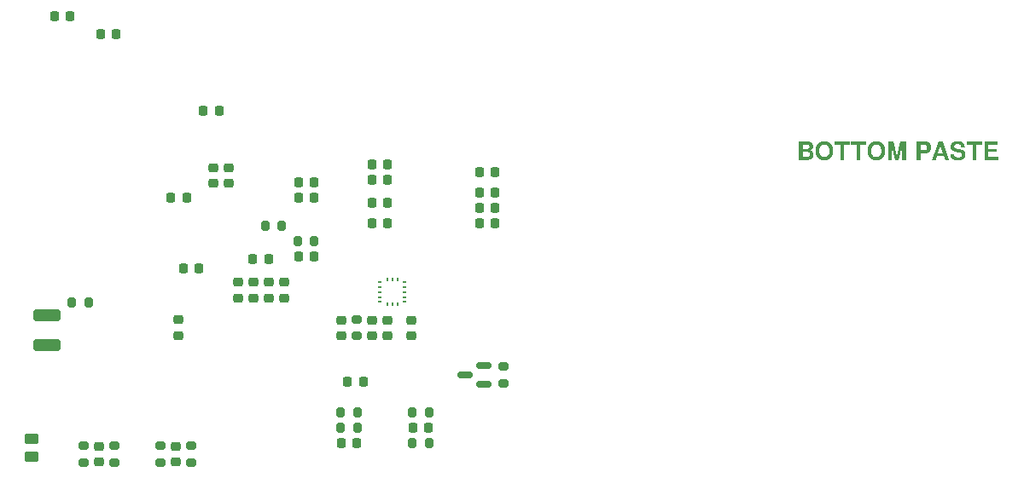
<source format=gbr>
%TF.GenerationSoftware,KiCad,Pcbnew,7.0.9-7.0.9~ubuntu22.04.1*%
%TF.CreationDate,2023-12-22T21:37:52-08:00*%
%TF.ProjectId,IMU-2X,494d552d-3258-42e6-9b69-6361645f7063,2*%
%TF.SameCoordinates,Original*%
%TF.FileFunction,Paste,Bot*%
%TF.FilePolarity,Positive*%
%FSLAX46Y46*%
G04 Gerber Fmt 4.6, Leading zero omitted, Abs format (unit mm)*
G04 Created by KiCad (PCBNEW 7.0.9-7.0.9~ubuntu22.04.1) date 2023-12-22 21:37:52*
%MOMM*%
%LPD*%
G01*
G04 APERTURE LIST*
G04 Aperture macros list*
%AMRoundRect*
0 Rectangle with rounded corners*
0 $1 Rounding radius*
0 $2 $3 $4 $5 $6 $7 $8 $9 X,Y pos of 4 corners*
0 Add a 4 corners polygon primitive as box body*
4,1,4,$2,$3,$4,$5,$6,$7,$8,$9,$2,$3,0*
0 Add four circle primitives for the rounded corners*
1,1,$1+$1,$2,$3*
1,1,$1+$1,$4,$5*
1,1,$1+$1,$6,$7*
1,1,$1+$1,$8,$9*
0 Add four rect primitives between the rounded corners*
20,1,$1+$1,$2,$3,$4,$5,0*
20,1,$1+$1,$4,$5,$6,$7,0*
20,1,$1+$1,$6,$7,$8,$9,0*
20,1,$1+$1,$8,$9,$2,$3,0*%
G04 Aperture macros list end*
%ADD10C,0.300000*%
%ADD11RoundRect,0.225000X-0.250000X0.225000X-0.250000X-0.225000X0.250000X-0.225000X0.250000X0.225000X0*%
%ADD12RoundRect,0.225000X0.225000X0.250000X-0.225000X0.250000X-0.225000X-0.250000X0.225000X-0.250000X0*%
%ADD13RoundRect,0.250000X-0.450000X0.262500X-0.450000X-0.262500X0.450000X-0.262500X0.450000X0.262500X0*%
%ADD14RoundRect,0.225000X-0.225000X-0.250000X0.225000X-0.250000X0.225000X0.250000X-0.225000X0.250000X0*%
%ADD15RoundRect,0.200000X0.200000X0.275000X-0.200000X0.275000X-0.200000X-0.275000X0.200000X-0.275000X0*%
%ADD16RoundRect,0.200000X-0.200000X-0.275000X0.200000X-0.275000X0.200000X0.275000X-0.200000X0.275000X0*%
%ADD17RoundRect,0.225000X0.250000X-0.225000X0.250000X0.225000X-0.250000X0.225000X-0.250000X-0.225000X0*%
%ADD18RoundRect,0.200000X0.275000X-0.200000X0.275000X0.200000X-0.275000X0.200000X-0.275000X-0.200000X0*%
%ADD19RoundRect,0.200000X-0.275000X0.200000X-0.275000X-0.200000X0.275000X-0.200000X0.275000X0.200000X0*%
%ADD20RoundRect,0.150000X0.587500X0.150000X-0.587500X0.150000X-0.587500X-0.150000X0.587500X-0.150000X0*%
%ADD21R,0.350000X0.250000*%
%ADD22R,0.250000X0.350000*%
%ADD23RoundRect,0.250000X-1.100000X0.325000X-1.100000X-0.325000X1.100000X-0.325000X1.100000X0.325000X0*%
G04 APERTURE END LIST*
D10*
G36*
X214394182Y-95029462D02*
G01*
X214414867Y-95030047D01*
X214435193Y-95031023D01*
X214455158Y-95032388D01*
X214474765Y-95034144D01*
X214494012Y-95036290D01*
X214512899Y-95038826D01*
X214531426Y-95041752D01*
X214549594Y-95045068D01*
X214567402Y-95048775D01*
X214584851Y-95052871D01*
X214601940Y-95057358D01*
X214618669Y-95062235D01*
X214643089Y-95070282D01*
X214666699Y-95079207D01*
X214689433Y-95088827D01*
X214711060Y-95098958D01*
X214731581Y-95109600D01*
X214750994Y-95120754D01*
X214769300Y-95132419D01*
X214786500Y-95144596D01*
X214802593Y-95157284D01*
X214817579Y-95170484D01*
X214831458Y-95184195D01*
X214844230Y-95198418D01*
X214852130Y-95208184D01*
X214863313Y-95222891D01*
X214873901Y-95237537D01*
X214883893Y-95252122D01*
X214896290Y-95271474D01*
X214907628Y-95290717D01*
X214917908Y-95309852D01*
X214927129Y-95328878D01*
X214935292Y-95347796D01*
X214940720Y-95361913D01*
X214947234Y-95380654D01*
X214952879Y-95399314D01*
X214957656Y-95417892D01*
X214961564Y-95436389D01*
X214964604Y-95454805D01*
X214966775Y-95473139D01*
X214968078Y-95491391D01*
X214968513Y-95509563D01*
X214968005Y-95531354D01*
X214966482Y-95552595D01*
X214963944Y-95573287D01*
X214960390Y-95593430D01*
X214955822Y-95613023D01*
X214950238Y-95632066D01*
X214943639Y-95650559D01*
X214936024Y-95668503D01*
X214927394Y-95685897D01*
X214917749Y-95702742D01*
X214910755Y-95713667D01*
X214899324Y-95729781D01*
X214886527Y-95745880D01*
X214872363Y-95761964D01*
X214856832Y-95778033D01*
X214839935Y-95794086D01*
X214821672Y-95810124D01*
X214802042Y-95826147D01*
X214788197Y-95836820D01*
X214773744Y-95847487D01*
X214758684Y-95858147D01*
X214743016Y-95868800D01*
X214726742Y-95879446D01*
X214718377Y-95884767D01*
X214736999Y-95895953D01*
X214755029Y-95907309D01*
X214772469Y-95918836D01*
X214789318Y-95930534D01*
X214805575Y-95942402D01*
X214821241Y-95954440D01*
X214836316Y-95966649D01*
X214850800Y-95979029D01*
X214864693Y-95991579D01*
X214877994Y-96004299D01*
X214890704Y-96017190D01*
X214902823Y-96030252D01*
X214914351Y-96043484D01*
X214935634Y-96070459D01*
X214954551Y-96098116D01*
X214971104Y-96126455D01*
X214985292Y-96155476D01*
X214997116Y-96185179D01*
X215006575Y-96215564D01*
X215013669Y-96246631D01*
X215018398Y-96278380D01*
X215020763Y-96310810D01*
X215021058Y-96327281D01*
X215020583Y-96349782D01*
X215019159Y-96372119D01*
X215016784Y-96394294D01*
X215013459Y-96416305D01*
X215009184Y-96438154D01*
X215003959Y-96459840D01*
X214997785Y-96481364D01*
X214990660Y-96502724D01*
X214982599Y-96523867D01*
X214973398Y-96544956D01*
X214965749Y-96560737D01*
X214957459Y-96576488D01*
X214948528Y-96592208D01*
X214938955Y-96607897D01*
X214928742Y-96623556D01*
X214917887Y-96639184D01*
X214906391Y-96654782D01*
X214894253Y-96670350D01*
X214881293Y-96685534D01*
X214867165Y-96700146D01*
X214851868Y-96714185D01*
X214835404Y-96727652D01*
X214817772Y-96740547D01*
X214798972Y-96752868D01*
X214779003Y-96764618D01*
X214757867Y-96775794D01*
X214735564Y-96786399D01*
X214712092Y-96796430D01*
X214695795Y-96802800D01*
X214679042Y-96808848D01*
X214661895Y-96814505D01*
X214644355Y-96819772D01*
X214626421Y-96824649D01*
X214608094Y-96829136D01*
X214589373Y-96833233D01*
X214570259Y-96836939D01*
X214550751Y-96840255D01*
X214530849Y-96843182D01*
X214510554Y-96845718D01*
X214489866Y-96847864D01*
X214468784Y-96849619D01*
X214447308Y-96850985D01*
X214425439Y-96851960D01*
X214403176Y-96852545D01*
X214380519Y-96852741D01*
X213560195Y-96852741D01*
X213560195Y-96067157D01*
X213935399Y-96067157D01*
X213935399Y-96540071D01*
X214383125Y-96540071D01*
X214416728Y-96539153D01*
X214448163Y-96536400D01*
X214477430Y-96531811D01*
X214504529Y-96525387D01*
X214529460Y-96517128D01*
X214552223Y-96507033D01*
X214572819Y-96495102D01*
X214591246Y-96481336D01*
X214607505Y-96465735D01*
X214621597Y-96448298D01*
X214633520Y-96429026D01*
X214643276Y-96407919D01*
X214650864Y-96384976D01*
X214656284Y-96360197D01*
X214659536Y-96333583D01*
X214660620Y-96305134D01*
X214659536Y-96276316D01*
X214656284Y-96249358D01*
X214650864Y-96224259D01*
X214643276Y-96201019D01*
X214633520Y-96179638D01*
X214621597Y-96160117D01*
X214607505Y-96142455D01*
X214591246Y-96126651D01*
X214572819Y-96112708D01*
X214552223Y-96100623D01*
X214529460Y-96090397D01*
X214504529Y-96082031D01*
X214477430Y-96075524D01*
X214448163Y-96070876D01*
X214416728Y-96068087D01*
X214383125Y-96067157D01*
X213935399Y-96067157D01*
X213560195Y-96067157D01*
X213560195Y-95341937D01*
X213935399Y-95341937D01*
X213935399Y-95754487D01*
X214343173Y-95754487D01*
X214375251Y-95753687D01*
X214405259Y-95751285D01*
X214433198Y-95747281D01*
X214459067Y-95741677D01*
X214482867Y-95734471D01*
X214504597Y-95725663D01*
X214524257Y-95715254D01*
X214541848Y-95703244D01*
X214557370Y-95689633D01*
X214570822Y-95674420D01*
X214582204Y-95657606D01*
X214591517Y-95639190D01*
X214598761Y-95619174D01*
X214603935Y-95597555D01*
X214607039Y-95574336D01*
X214608074Y-95549515D01*
X214607039Y-95524378D01*
X214603935Y-95500864D01*
X214598761Y-95478971D01*
X214591517Y-95458699D01*
X214582204Y-95440050D01*
X214570822Y-95423022D01*
X214557370Y-95407616D01*
X214541848Y-95393831D01*
X214524257Y-95381669D01*
X214504597Y-95371127D01*
X214482867Y-95362208D01*
X214459067Y-95354910D01*
X214433198Y-95349234D01*
X214405259Y-95345180D01*
X214375251Y-95342748D01*
X214343173Y-95341937D01*
X213935399Y-95341937D01*
X213560195Y-95341937D01*
X213560195Y-95029267D01*
X214373137Y-95029267D01*
X214394182Y-95029462D01*
G37*
G36*
X216110857Y-94999563D02*
G01*
X216135110Y-95000344D01*
X216159064Y-95001646D01*
X216182721Y-95003469D01*
X216206080Y-95005812D01*
X216229141Y-95008677D01*
X216251905Y-95012062D01*
X216274371Y-95015968D01*
X216296539Y-95020394D01*
X216318410Y-95025342D01*
X216339982Y-95030810D01*
X216361258Y-95036799D01*
X216382235Y-95043308D01*
X216402915Y-95050339D01*
X216423297Y-95057890D01*
X216443381Y-95065962D01*
X216463167Y-95074555D01*
X216482656Y-95083669D01*
X216501847Y-95093303D01*
X216520741Y-95103458D01*
X216539337Y-95114134D01*
X216557635Y-95125331D01*
X216575635Y-95137048D01*
X216593338Y-95149287D01*
X216610743Y-95162046D01*
X216627850Y-95175325D01*
X216644659Y-95189126D01*
X216661171Y-95203447D01*
X216677385Y-95218290D01*
X216693301Y-95233652D01*
X216708920Y-95249536D01*
X216724241Y-95265941D01*
X216739176Y-95282743D01*
X216753637Y-95299876D01*
X216767624Y-95317339D01*
X216781136Y-95335131D01*
X216794175Y-95353254D01*
X216806739Y-95371706D01*
X216818830Y-95390488D01*
X216830446Y-95409601D01*
X216841588Y-95429043D01*
X216852256Y-95448815D01*
X216862449Y-95468917D01*
X216872169Y-95489349D01*
X216881414Y-95510111D01*
X216890186Y-95531203D01*
X216898483Y-95552625D01*
X216906306Y-95574376D01*
X216913655Y-95596458D01*
X216920530Y-95618870D01*
X216926931Y-95641611D01*
X216932857Y-95664683D01*
X216938310Y-95688084D01*
X216943288Y-95711816D01*
X216947792Y-95735877D01*
X216951822Y-95760269D01*
X216955378Y-95784990D01*
X216958460Y-95810041D01*
X216961068Y-95835422D01*
X216963201Y-95861133D01*
X216964861Y-95887174D01*
X216966046Y-95913545D01*
X216966757Y-95940246D01*
X216966994Y-95967277D01*
X216966761Y-95992466D01*
X216966061Y-96017390D01*
X216964895Y-96042047D01*
X216963263Y-96066438D01*
X216961163Y-96090563D01*
X216958598Y-96114421D01*
X216955565Y-96138013D01*
X216952067Y-96161338D01*
X216948101Y-96184398D01*
X216943670Y-96207190D01*
X216938772Y-96229717D01*
X216933407Y-96251977D01*
X216927576Y-96273971D01*
X216921278Y-96295699D01*
X216914514Y-96317160D01*
X216907283Y-96338355D01*
X216899586Y-96359284D01*
X216891422Y-96379946D01*
X216882792Y-96400342D01*
X216873696Y-96420472D01*
X216864132Y-96440335D01*
X216854103Y-96459932D01*
X216843607Y-96479263D01*
X216832644Y-96498327D01*
X216821215Y-96517125D01*
X216809319Y-96535657D01*
X216796957Y-96553922D01*
X216784129Y-96571921D01*
X216770834Y-96589654D01*
X216757072Y-96607120D01*
X216742844Y-96624320D01*
X216728149Y-96641254D01*
X216713064Y-96657792D01*
X216697663Y-96673805D01*
X216681946Y-96689293D01*
X216665914Y-96704256D01*
X216649566Y-96718694D01*
X216632903Y-96732607D01*
X216615924Y-96745995D01*
X216598630Y-96758858D01*
X216581020Y-96771196D01*
X216563095Y-96783009D01*
X216544854Y-96794297D01*
X216526298Y-96805060D01*
X216507426Y-96815298D01*
X216488239Y-96825010D01*
X216468736Y-96834198D01*
X216448918Y-96842861D01*
X216428784Y-96850999D01*
X216408334Y-96858612D01*
X216387570Y-96865699D01*
X216366489Y-96872262D01*
X216345093Y-96878300D01*
X216323382Y-96883812D01*
X216301355Y-96888800D01*
X216279012Y-96893263D01*
X216256354Y-96897200D01*
X216233380Y-96900613D01*
X216210091Y-96903501D01*
X216186487Y-96905863D01*
X216162567Y-96907701D01*
X216138331Y-96909013D01*
X216113780Y-96909801D01*
X216088913Y-96910063D01*
X216064205Y-96909802D01*
X216039806Y-96909018D01*
X216015714Y-96907712D01*
X215991930Y-96905884D01*
X215968454Y-96903532D01*
X215945285Y-96900659D01*
X215922425Y-96897263D01*
X215899873Y-96893344D01*
X215877628Y-96888903D01*
X215855691Y-96883940D01*
X215834063Y-96878454D01*
X215812742Y-96872445D01*
X215791729Y-96865914D01*
X215771024Y-96858861D01*
X215750626Y-96851285D01*
X215730537Y-96843187D01*
X215710755Y-96834566D01*
X215691282Y-96825423D01*
X215672116Y-96815757D01*
X215653258Y-96805569D01*
X215634708Y-96794858D01*
X215616466Y-96783625D01*
X215598532Y-96771869D01*
X215580906Y-96759591D01*
X215563588Y-96746790D01*
X215546577Y-96733467D01*
X215529874Y-96719622D01*
X215513480Y-96705254D01*
X215497393Y-96690363D01*
X215481614Y-96674950D01*
X215466143Y-96659015D01*
X215450980Y-96642557D01*
X215436205Y-96625688D01*
X215421899Y-96608521D01*
X215408063Y-96591056D01*
X215394695Y-96573292D01*
X215381796Y-96555229D01*
X215369367Y-96536868D01*
X215357406Y-96518208D01*
X215345915Y-96499250D01*
X215334893Y-96479993D01*
X215324339Y-96460437D01*
X215314255Y-96440583D01*
X215304640Y-96420431D01*
X215295493Y-96399980D01*
X215286816Y-96379230D01*
X215278608Y-96358182D01*
X215270869Y-96336835D01*
X215263599Y-96315190D01*
X215256798Y-96293246D01*
X215250466Y-96271003D01*
X215244603Y-96248462D01*
X215239209Y-96225623D01*
X215234284Y-96202485D01*
X215229828Y-96179048D01*
X215225841Y-96155313D01*
X215222323Y-96131279D01*
X215219274Y-96106947D01*
X215216695Y-96082316D01*
X215214584Y-96057386D01*
X215212942Y-96032158D01*
X215211770Y-96006632D01*
X215211066Y-95980807D01*
X215210836Y-95955117D01*
X215586036Y-95955117D01*
X215586170Y-95972974D01*
X215586573Y-95990608D01*
X215587246Y-96008020D01*
X215589397Y-96042178D01*
X215592623Y-96075446D01*
X215596925Y-96107826D01*
X215602302Y-96139317D01*
X215608755Y-96169919D01*
X215616284Y-96199632D01*
X215624887Y-96228457D01*
X215634567Y-96256392D01*
X215645322Y-96283438D01*
X215657152Y-96309596D01*
X215670058Y-96334865D01*
X215684039Y-96359245D01*
X215699096Y-96382736D01*
X215715228Y-96405338D01*
X215723697Y-96416305D01*
X215741256Y-96437340D01*
X215759517Y-96457018D01*
X215778481Y-96475338D01*
X215798146Y-96492302D01*
X215818514Y-96507908D01*
X215839585Y-96522157D01*
X215861357Y-96535049D01*
X215883832Y-96546585D01*
X215907009Y-96556763D01*
X215930889Y-96565584D01*
X215955470Y-96573047D01*
X215980754Y-96579154D01*
X216006741Y-96583904D01*
X216033429Y-96587297D01*
X216060820Y-96589332D01*
X216088913Y-96590011D01*
X216116747Y-96589337D01*
X216143902Y-96587317D01*
X216170378Y-96583950D01*
X216196176Y-96579236D01*
X216221296Y-96573175D01*
X216245737Y-96565767D01*
X216269499Y-96557012D01*
X216292583Y-96546910D01*
X216314988Y-96535462D01*
X216336715Y-96522666D01*
X216357763Y-96508524D01*
X216378133Y-96493034D01*
X216397824Y-96476198D01*
X216416837Y-96458015D01*
X216435171Y-96438485D01*
X216452826Y-96417608D01*
X216469654Y-96395585D01*
X216485396Y-96372723D01*
X216500052Y-96349023D01*
X216513623Y-96324486D01*
X216526108Y-96299110D01*
X216537508Y-96272897D01*
X216547821Y-96245845D01*
X216557049Y-96217955D01*
X216565192Y-96189228D01*
X216572249Y-96159662D01*
X216578220Y-96129259D01*
X216583105Y-96098017D01*
X216586905Y-96065938D01*
X216589619Y-96033020D01*
X216591248Y-95999265D01*
X216591791Y-95964671D01*
X216591657Y-95946359D01*
X216591258Y-95928281D01*
X216590592Y-95910437D01*
X216589660Y-95892828D01*
X216588461Y-95875452D01*
X216585266Y-95841403D01*
X216581004Y-95808290D01*
X216575678Y-95776114D01*
X216569286Y-95744874D01*
X216561829Y-95714571D01*
X216553306Y-95685204D01*
X216543719Y-95656773D01*
X216533066Y-95629279D01*
X216521347Y-95602721D01*
X216508564Y-95577099D01*
X216494715Y-95552414D01*
X216479801Y-95528665D01*
X216463821Y-95505853D01*
X216455432Y-95494798D01*
X216438020Y-95473553D01*
X216419876Y-95453678D01*
X216400999Y-95435175D01*
X216381390Y-95418042D01*
X216361047Y-95402279D01*
X216339972Y-95387887D01*
X216318164Y-95374866D01*
X216295623Y-95363216D01*
X216272349Y-95352936D01*
X216248342Y-95344027D01*
X216223603Y-95336488D01*
X216198130Y-95330320D01*
X216171925Y-95325523D01*
X216144987Y-95322096D01*
X216117317Y-95320040D01*
X216088913Y-95319355D01*
X216060820Y-95320035D01*
X216033429Y-95322076D01*
X216006741Y-95325477D01*
X215980754Y-95330239D01*
X215955470Y-95336361D01*
X215930889Y-95343843D01*
X215907009Y-95352687D01*
X215883832Y-95362890D01*
X215861357Y-95374454D01*
X215839585Y-95387378D01*
X215818514Y-95401663D01*
X215798146Y-95417309D01*
X215778481Y-95434315D01*
X215759517Y-95452681D01*
X215741256Y-95472408D01*
X215723697Y-95493495D01*
X215707027Y-95515654D01*
X215691433Y-95538706D01*
X215676914Y-95562650D01*
X215663470Y-95587486D01*
X215651102Y-95613214D01*
X215639810Y-95639835D01*
X215629593Y-95667348D01*
X215620451Y-95695753D01*
X215612385Y-95725051D01*
X215605394Y-95755241D01*
X215599479Y-95786323D01*
X215594639Y-95818297D01*
X215590875Y-95851164D01*
X215588187Y-95884923D01*
X215586573Y-95919574D01*
X215586170Y-95937234D01*
X215586036Y-95955117D01*
X215210836Y-95955117D01*
X215210832Y-95954683D01*
X215211068Y-95928559D01*
X215211775Y-95902734D01*
X215212954Y-95877208D01*
X215214604Y-95851980D01*
X215216727Y-95827050D01*
X215219320Y-95802419D01*
X215222386Y-95778087D01*
X215225922Y-95754053D01*
X215229931Y-95730318D01*
X215234411Y-95706881D01*
X215239363Y-95683743D01*
X215244786Y-95660904D01*
X215250681Y-95638363D01*
X215257047Y-95616120D01*
X215263885Y-95594176D01*
X215271194Y-95572531D01*
X215278976Y-95551184D01*
X215287228Y-95530136D01*
X215295953Y-95509386D01*
X215305148Y-95488935D01*
X215314816Y-95468783D01*
X215324955Y-95448929D01*
X215335566Y-95429373D01*
X215346648Y-95410116D01*
X215358202Y-95391158D01*
X215370227Y-95372498D01*
X215382724Y-95354137D01*
X215395692Y-95336074D01*
X215409133Y-95318310D01*
X215423044Y-95300845D01*
X215437428Y-95283678D01*
X215452282Y-95266809D01*
X215467521Y-95250351D01*
X215483054Y-95234416D01*
X215498883Y-95219003D01*
X215515006Y-95204112D01*
X215531425Y-95189744D01*
X215548139Y-95175899D01*
X215565149Y-95162576D01*
X215582453Y-95149775D01*
X215600053Y-95137497D01*
X215617947Y-95125741D01*
X215636137Y-95114508D01*
X215654622Y-95103797D01*
X215673402Y-95093609D01*
X215692478Y-95083943D01*
X215711848Y-95074800D01*
X215731514Y-95066179D01*
X215751475Y-95058081D01*
X215771731Y-95050505D01*
X215792282Y-95043452D01*
X215813128Y-95036921D01*
X215834270Y-95030912D01*
X215855707Y-95025426D01*
X215877439Y-95020463D01*
X215899466Y-95016022D01*
X215921788Y-95012103D01*
X215944405Y-95008707D01*
X215967318Y-95005834D01*
X215990525Y-95003482D01*
X216014028Y-95001654D01*
X216037826Y-95000348D01*
X216061919Y-94999564D01*
X216086308Y-94999303D01*
X216110857Y-94999563D01*
G37*
G36*
X218059602Y-95341937D02*
G01*
X218059602Y-96852741D01*
X217684398Y-96852741D01*
X217684398Y-95341937D01*
X217131580Y-95341937D01*
X217131580Y-95029267D01*
X218592444Y-95029267D01*
X218592444Y-95341937D01*
X218059602Y-95341937D01*
G37*
G36*
X219661167Y-95341937D02*
G01*
X219661167Y-96852741D01*
X219285963Y-96852741D01*
X219285963Y-95341937D01*
X218733145Y-95341937D01*
X218733145Y-95029267D01*
X220194009Y-95029267D01*
X220194009Y-95341937D01*
X219661167Y-95341937D01*
G37*
G36*
X221259489Y-94999563D02*
G01*
X221283741Y-95000344D01*
X221307695Y-95001646D01*
X221331352Y-95003469D01*
X221354711Y-95005812D01*
X221377773Y-95008677D01*
X221400536Y-95012062D01*
X221423002Y-95015968D01*
X221445171Y-95020394D01*
X221467041Y-95025342D01*
X221488614Y-95030810D01*
X221509889Y-95036799D01*
X221530866Y-95043308D01*
X221551546Y-95050339D01*
X221571928Y-95057890D01*
X221592012Y-95065962D01*
X221611799Y-95074555D01*
X221631288Y-95083669D01*
X221650479Y-95093303D01*
X221669372Y-95103458D01*
X221687968Y-95114134D01*
X221706266Y-95125331D01*
X221724266Y-95137048D01*
X221741969Y-95149287D01*
X221759374Y-95162046D01*
X221776481Y-95175325D01*
X221793291Y-95189126D01*
X221809802Y-95203447D01*
X221826016Y-95218290D01*
X221841933Y-95233652D01*
X221857551Y-95249536D01*
X221872872Y-95265941D01*
X221887807Y-95282743D01*
X221902268Y-95299876D01*
X221916255Y-95317339D01*
X221929768Y-95335131D01*
X221942806Y-95353254D01*
X221955371Y-95371706D01*
X221967461Y-95390488D01*
X221979077Y-95409601D01*
X221990219Y-95429043D01*
X222000887Y-95448815D01*
X222011081Y-95468917D01*
X222020800Y-95489349D01*
X222030046Y-95510111D01*
X222038817Y-95531203D01*
X222047114Y-95552625D01*
X222054938Y-95574376D01*
X222062286Y-95596458D01*
X222069161Y-95618870D01*
X222075562Y-95641611D01*
X222081489Y-95664683D01*
X222086941Y-95688084D01*
X222091919Y-95711816D01*
X222096424Y-95735877D01*
X222100454Y-95760269D01*
X222104010Y-95784990D01*
X222107092Y-95810041D01*
X222109699Y-95835422D01*
X222111833Y-95861133D01*
X222113492Y-95887174D01*
X222114678Y-95913545D01*
X222115389Y-95940246D01*
X222115626Y-95967277D01*
X222115393Y-95992466D01*
X222114693Y-96017390D01*
X222113527Y-96042047D01*
X222111894Y-96066438D01*
X222109795Y-96090563D01*
X222107229Y-96114421D01*
X222104197Y-96138013D01*
X222100698Y-96161338D01*
X222096733Y-96184398D01*
X222092301Y-96207190D01*
X222087403Y-96229717D01*
X222082038Y-96251977D01*
X222076207Y-96273971D01*
X222069909Y-96295699D01*
X222063145Y-96317160D01*
X222055915Y-96338355D01*
X222048217Y-96359284D01*
X222040054Y-96379946D01*
X222031424Y-96400342D01*
X222022327Y-96420472D01*
X222012764Y-96440335D01*
X222002734Y-96459932D01*
X221992238Y-96479263D01*
X221981276Y-96498327D01*
X221969846Y-96517125D01*
X221957951Y-96535657D01*
X221945589Y-96553922D01*
X221932760Y-96571921D01*
X221919465Y-96589654D01*
X221905703Y-96607120D01*
X221891475Y-96624320D01*
X221876781Y-96641254D01*
X221861695Y-96657792D01*
X221846294Y-96673805D01*
X221830578Y-96689293D01*
X221814545Y-96704256D01*
X221798198Y-96718694D01*
X221781535Y-96732607D01*
X221764556Y-96745995D01*
X221747262Y-96758858D01*
X221729652Y-96771196D01*
X221711727Y-96783009D01*
X221693486Y-96794297D01*
X221674930Y-96805060D01*
X221656058Y-96815298D01*
X221636870Y-96825010D01*
X221617368Y-96834198D01*
X221597549Y-96842861D01*
X221577415Y-96850999D01*
X221556966Y-96858612D01*
X221536201Y-96865699D01*
X221515120Y-96872262D01*
X221493725Y-96878300D01*
X221472013Y-96883812D01*
X221449986Y-96888800D01*
X221427643Y-96893263D01*
X221404985Y-96897200D01*
X221382012Y-96900613D01*
X221358723Y-96903501D01*
X221335118Y-96905863D01*
X221311198Y-96907701D01*
X221286962Y-96909013D01*
X221262411Y-96909801D01*
X221237545Y-96910063D01*
X221212837Y-96909802D01*
X221188437Y-96909018D01*
X221164345Y-96907712D01*
X221140561Y-96905884D01*
X221117085Y-96903532D01*
X221093917Y-96900659D01*
X221071057Y-96897263D01*
X221048504Y-96893344D01*
X221026259Y-96888903D01*
X221004323Y-96883940D01*
X220982694Y-96878454D01*
X220961373Y-96872445D01*
X220940360Y-96865914D01*
X220919655Y-96858861D01*
X220899258Y-96851285D01*
X220879168Y-96843187D01*
X220859387Y-96834566D01*
X220839913Y-96825423D01*
X220820748Y-96815757D01*
X220801890Y-96805569D01*
X220783340Y-96794858D01*
X220765098Y-96783625D01*
X220747164Y-96771869D01*
X220729537Y-96759591D01*
X220712219Y-96746790D01*
X220695208Y-96733467D01*
X220678506Y-96719622D01*
X220662111Y-96705254D01*
X220646024Y-96690363D01*
X220630245Y-96674950D01*
X220614774Y-96659015D01*
X220599611Y-96642557D01*
X220584836Y-96625688D01*
X220570531Y-96608521D01*
X220556694Y-96591056D01*
X220543326Y-96573292D01*
X220530428Y-96555229D01*
X220517998Y-96536868D01*
X220506038Y-96518208D01*
X220494546Y-96499250D01*
X220483524Y-96479993D01*
X220472971Y-96460437D01*
X220462886Y-96440583D01*
X220453271Y-96420431D01*
X220444125Y-96399980D01*
X220435447Y-96379230D01*
X220427239Y-96358182D01*
X220419500Y-96336835D01*
X220412230Y-96315190D01*
X220405429Y-96293246D01*
X220399097Y-96271003D01*
X220393234Y-96248462D01*
X220387840Y-96225623D01*
X220382915Y-96202485D01*
X220378459Y-96179048D01*
X220374472Y-96155313D01*
X220370955Y-96131279D01*
X220367906Y-96106947D01*
X220365326Y-96082316D01*
X220363215Y-96057386D01*
X220361574Y-96032158D01*
X220360401Y-96006632D01*
X220359698Y-95980807D01*
X220359467Y-95955117D01*
X220734667Y-95955117D01*
X220734801Y-95972974D01*
X220735205Y-95990608D01*
X220735877Y-96008020D01*
X220738028Y-96042178D01*
X220741254Y-96075446D01*
X220745556Y-96107826D01*
X220750934Y-96139317D01*
X220757387Y-96169919D01*
X220764915Y-96199632D01*
X220773519Y-96228457D01*
X220783198Y-96256392D01*
X220793953Y-96283438D01*
X220805783Y-96309596D01*
X220818689Y-96334865D01*
X220832670Y-96359245D01*
X220847727Y-96382736D01*
X220863859Y-96405338D01*
X220872329Y-96416305D01*
X220889888Y-96437340D01*
X220908149Y-96457018D01*
X220927112Y-96475338D01*
X220946778Y-96492302D01*
X220967146Y-96507908D01*
X220988216Y-96522157D01*
X221009989Y-96535049D01*
X221032463Y-96546585D01*
X221055641Y-96556763D01*
X221079520Y-96565584D01*
X221104102Y-96573047D01*
X221129386Y-96579154D01*
X221155372Y-96583904D01*
X221182061Y-96587297D01*
X221209451Y-96589332D01*
X221237545Y-96590011D01*
X221265378Y-96589337D01*
X221292533Y-96587317D01*
X221319010Y-96583950D01*
X221344808Y-96579236D01*
X221369927Y-96573175D01*
X221394368Y-96565767D01*
X221418130Y-96557012D01*
X221441214Y-96546910D01*
X221463620Y-96535462D01*
X221485346Y-96522666D01*
X221506395Y-96508524D01*
X221526764Y-96493034D01*
X221546455Y-96476198D01*
X221565468Y-96458015D01*
X221583802Y-96438485D01*
X221601458Y-96417608D01*
X221618285Y-96395585D01*
X221634027Y-96372723D01*
X221648684Y-96349023D01*
X221662254Y-96324486D01*
X221674740Y-96299110D01*
X221686139Y-96272897D01*
X221696453Y-96245845D01*
X221705681Y-96217955D01*
X221713823Y-96189228D01*
X221720880Y-96159662D01*
X221726851Y-96129259D01*
X221731737Y-96098017D01*
X221735537Y-96065938D01*
X221738251Y-96033020D01*
X221739879Y-95999265D01*
X221740422Y-95964671D01*
X221740289Y-95946359D01*
X221739889Y-95928281D01*
X221739224Y-95910437D01*
X221738291Y-95892828D01*
X221737093Y-95875452D01*
X221733897Y-95841403D01*
X221729636Y-95808290D01*
X221724309Y-95776114D01*
X221717917Y-95744874D01*
X221710460Y-95714571D01*
X221701938Y-95685204D01*
X221692350Y-95656773D01*
X221681697Y-95629279D01*
X221669979Y-95602721D01*
X221657195Y-95577099D01*
X221643346Y-95552414D01*
X221628432Y-95528665D01*
X221612452Y-95505853D01*
X221604063Y-95494798D01*
X221586652Y-95473553D01*
X221568508Y-95453678D01*
X221549631Y-95435175D01*
X221530021Y-95418042D01*
X221509679Y-95402279D01*
X221488603Y-95387887D01*
X221466795Y-95374866D01*
X221444254Y-95363216D01*
X221420980Y-95352936D01*
X221396974Y-95344027D01*
X221372234Y-95336488D01*
X221346762Y-95330320D01*
X221320557Y-95325523D01*
X221293619Y-95322096D01*
X221265948Y-95320040D01*
X221237545Y-95319355D01*
X221209451Y-95320035D01*
X221182061Y-95322076D01*
X221155372Y-95325477D01*
X221129386Y-95330239D01*
X221104102Y-95336361D01*
X221079520Y-95343843D01*
X221055641Y-95352687D01*
X221032463Y-95362890D01*
X221009989Y-95374454D01*
X220988216Y-95387378D01*
X220967146Y-95401663D01*
X220946778Y-95417309D01*
X220927112Y-95434315D01*
X220908149Y-95452681D01*
X220889888Y-95472408D01*
X220872329Y-95493495D01*
X220855659Y-95515654D01*
X220840064Y-95538706D01*
X220825545Y-95562650D01*
X220812102Y-95587486D01*
X220799734Y-95613214D01*
X220788441Y-95639835D01*
X220778224Y-95667348D01*
X220769082Y-95695753D01*
X220761016Y-95725051D01*
X220754026Y-95755241D01*
X220748111Y-95786323D01*
X220743271Y-95818297D01*
X220739507Y-95851164D01*
X220736818Y-95884923D01*
X220735205Y-95919574D01*
X220734801Y-95937234D01*
X220734667Y-95955117D01*
X220359467Y-95955117D01*
X220359463Y-95954683D01*
X220359699Y-95928559D01*
X220360406Y-95902734D01*
X220361585Y-95877208D01*
X220363236Y-95851980D01*
X220365358Y-95827050D01*
X220367952Y-95802419D01*
X220371017Y-95778087D01*
X220374554Y-95754053D01*
X220378562Y-95730318D01*
X220383042Y-95706881D01*
X220387994Y-95683743D01*
X220393417Y-95660904D01*
X220399312Y-95638363D01*
X220405678Y-95616120D01*
X220412516Y-95594176D01*
X220419826Y-95572531D01*
X220427607Y-95551184D01*
X220435860Y-95530136D01*
X220444584Y-95509386D01*
X220453780Y-95488935D01*
X220463447Y-95468783D01*
X220473586Y-95448929D01*
X220484197Y-95429373D01*
X220495279Y-95410116D01*
X220506833Y-95391158D01*
X220518858Y-95372498D01*
X220531355Y-95354137D01*
X220544324Y-95336074D01*
X220557764Y-95318310D01*
X220571676Y-95300845D01*
X220586059Y-95283678D01*
X220600914Y-95266809D01*
X220616152Y-95250351D01*
X220631685Y-95234416D01*
X220647514Y-95219003D01*
X220663638Y-95204112D01*
X220680057Y-95189744D01*
X220696771Y-95175899D01*
X220713780Y-95162576D01*
X220731084Y-95149775D01*
X220748684Y-95137497D01*
X220766579Y-95125741D01*
X220784769Y-95114508D01*
X220803254Y-95103797D01*
X220822034Y-95093609D01*
X220841109Y-95083943D01*
X220860480Y-95074800D01*
X220880145Y-95066179D01*
X220900106Y-95058081D01*
X220920362Y-95050505D01*
X220940914Y-95043452D01*
X220961760Y-95036921D01*
X220982901Y-95030912D01*
X221004338Y-95025426D01*
X221026070Y-95020463D01*
X221048097Y-95016022D01*
X221070419Y-95012103D01*
X221093036Y-95008707D01*
X221115949Y-95005834D01*
X221139157Y-95003482D01*
X221162659Y-95001654D01*
X221186457Y-95000348D01*
X221210551Y-94999564D01*
X221234939Y-94999303D01*
X221259489Y-94999563D01*
G37*
G36*
X222780484Y-95431829D02*
G01*
X222780484Y-96852741D01*
X222405280Y-96852741D01*
X222405280Y-95029267D01*
X222965480Y-95029267D01*
X223295521Y-96480142D01*
X223616007Y-95029267D01*
X224180984Y-95029267D01*
X224180984Y-96852741D01*
X223805781Y-96852741D01*
X223805781Y-95431829D01*
X223483123Y-96852741D01*
X223107919Y-96852741D01*
X222780484Y-95431829D01*
G37*
G36*
X226084232Y-95029409D02*
G01*
X226101645Y-95029833D01*
X226135687Y-95031533D01*
X226168684Y-95034366D01*
X226200637Y-95038332D01*
X226231544Y-95043431D01*
X226261407Y-95049664D01*
X226290224Y-95057029D01*
X226317996Y-95065528D01*
X226344724Y-95075160D01*
X226370407Y-95085925D01*
X226395044Y-95097823D01*
X226418637Y-95110854D01*
X226441185Y-95125019D01*
X226462688Y-95140316D01*
X226483146Y-95156747D01*
X226502559Y-95174311D01*
X226520911Y-95192950D01*
X226538080Y-95212608D01*
X226554065Y-95233283D01*
X226568865Y-95254975D01*
X226582482Y-95277686D01*
X226594914Y-95301415D01*
X226606163Y-95326161D01*
X226616227Y-95351925D01*
X226625108Y-95378707D01*
X226632804Y-95406506D01*
X226639316Y-95435324D01*
X226644644Y-95465159D01*
X226648788Y-95496012D01*
X226651749Y-95527883D01*
X226653525Y-95560772D01*
X226654117Y-95594678D01*
X226653530Y-95628926D01*
X226651769Y-95662295D01*
X226648834Y-95694785D01*
X226644726Y-95726396D01*
X226639443Y-95757129D01*
X226632987Y-95786983D01*
X226625357Y-95815958D01*
X226616553Y-95844054D01*
X226606575Y-95871272D01*
X226595423Y-95897611D01*
X226583098Y-95923072D01*
X226569598Y-95947653D01*
X226554925Y-95971356D01*
X226539077Y-95994181D01*
X226522056Y-96016126D01*
X226503861Y-96037193D01*
X226484742Y-96057176D01*
X226464839Y-96075870D01*
X226444152Y-96093274D01*
X226422681Y-96109389D01*
X226400427Y-96124216D01*
X226377389Y-96137752D01*
X226353567Y-96150000D01*
X226328962Y-96160958D01*
X226303572Y-96170627D01*
X226277400Y-96179007D01*
X226250443Y-96186098D01*
X226222703Y-96191900D01*
X226194179Y-96196412D01*
X226164871Y-96199635D01*
X226134780Y-96201569D01*
X226103904Y-96202213D01*
X225636202Y-96202213D01*
X225636202Y-96852741D01*
X225260998Y-96852741D01*
X225260998Y-95341937D01*
X225636202Y-95341937D01*
X225636202Y-95889543D01*
X225986219Y-95889543D01*
X226004226Y-95889278D01*
X226021662Y-95888480D01*
X226054819Y-95885289D01*
X226085689Y-95879971D01*
X226114273Y-95872526D01*
X226140569Y-95862953D01*
X226164579Y-95851254D01*
X226186303Y-95837427D01*
X226205739Y-95821473D01*
X226222889Y-95803391D01*
X226237753Y-95783183D01*
X226250329Y-95760847D01*
X226260619Y-95736384D01*
X226268623Y-95709794D01*
X226274339Y-95681076D01*
X226277769Y-95650232D01*
X226278913Y-95617260D01*
X226278287Y-95591601D01*
X226276409Y-95567225D01*
X226273279Y-95544131D01*
X226268898Y-95522319D01*
X226263264Y-95501790D01*
X226256379Y-95482543D01*
X226248241Y-95464579D01*
X226238852Y-95447897D01*
X226228211Y-95432498D01*
X226216318Y-95418381D01*
X226207693Y-95409682D01*
X226193645Y-95397575D01*
X226178208Y-95386659D01*
X226161381Y-95376934D01*
X226143165Y-95368400D01*
X226123559Y-95361056D01*
X226102564Y-95354904D01*
X226080180Y-95349942D01*
X226056407Y-95346171D01*
X226031244Y-95343591D01*
X226013697Y-95342532D01*
X225995533Y-95342003D01*
X225986219Y-95341937D01*
X225636202Y-95341937D01*
X225260998Y-95341937D01*
X225260998Y-95029267D01*
X226066558Y-95029267D01*
X226084232Y-95029409D01*
G37*
G36*
X228464128Y-96852741D02*
G01*
X228078936Y-96852741D01*
X227959079Y-96484919D01*
X227275982Y-96484919D01*
X227153520Y-96852741D01*
X226770934Y-96852741D01*
X227012566Y-96172249D01*
X227381074Y-96172249D01*
X227856159Y-96172249D01*
X227618617Y-95459622D01*
X227381074Y-96172249D01*
X227012566Y-96172249D01*
X227418421Y-95029267D01*
X227834011Y-95029267D01*
X228464128Y-96852741D01*
G37*
G36*
X230017490Y-95584690D02*
G01*
X229667473Y-95584690D01*
X229665890Y-95567137D01*
X229660716Y-95533702D01*
X229652865Y-95502496D01*
X229642338Y-95473519D01*
X229629134Y-95446771D01*
X229613252Y-95422252D01*
X229594694Y-95399962D01*
X229573460Y-95379901D01*
X229549548Y-95362069D01*
X229522959Y-95346466D01*
X229493694Y-95333092D01*
X229461752Y-95321948D01*
X229444777Y-95317211D01*
X229427133Y-95313032D01*
X229408820Y-95309409D01*
X229389837Y-95306345D01*
X229370186Y-95303837D01*
X229349865Y-95301887D01*
X229328875Y-95300493D01*
X229307215Y-95299658D01*
X229284887Y-95299379D01*
X229266990Y-95299618D01*
X229249562Y-95300336D01*
X229224298Y-95302309D01*
X229200086Y-95305359D01*
X229176929Y-95309484D01*
X229154825Y-95314687D01*
X229133774Y-95320965D01*
X229113777Y-95328320D01*
X229094833Y-95336752D01*
X229076942Y-95346259D01*
X229060105Y-95356843D01*
X229054727Y-95360610D01*
X229039516Y-95372454D01*
X229025801Y-95385022D01*
X229013582Y-95398316D01*
X229002859Y-95412335D01*
X228993633Y-95427079D01*
X228983659Y-95447866D01*
X228977923Y-95464302D01*
X228973684Y-95481464D01*
X228970941Y-95499351D01*
X228969694Y-95517962D01*
X228969611Y-95524328D01*
X228970249Y-95542682D01*
X228972161Y-95560129D01*
X228976693Y-95581978D01*
X228983492Y-95602212D01*
X228992558Y-95620831D01*
X229003889Y-95637835D01*
X229017487Y-95653224D01*
X229033351Y-95666999D01*
X229042133Y-95673280D01*
X229062259Y-95685311D01*
X229079971Y-95694164D01*
X229099928Y-95702873D01*
X229122128Y-95711436D01*
X229146574Y-95719855D01*
X229164117Y-95725387D01*
X229182658Y-95730854D01*
X229202197Y-95736257D01*
X229222733Y-95741595D01*
X229244266Y-95746869D01*
X229266797Y-95752079D01*
X229290325Y-95757224D01*
X229314851Y-95762304D01*
X229599728Y-95817021D01*
X229630783Y-95823586D01*
X229660762Y-95830687D01*
X229689666Y-95838324D01*
X229717495Y-95846497D01*
X229744248Y-95855206D01*
X229769925Y-95864451D01*
X229794527Y-95874232D01*
X229818054Y-95884549D01*
X229840505Y-95895403D01*
X229861881Y-95906792D01*
X229882181Y-95918717D01*
X229901406Y-95931178D01*
X229919555Y-95944176D01*
X229936628Y-95957709D01*
X229952627Y-95971779D01*
X229967549Y-95986384D01*
X229981485Y-96001580D01*
X229994521Y-96017529D01*
X230006659Y-96034231D01*
X230017897Y-96051687D01*
X230028236Y-96069895D01*
X230037676Y-96088857D01*
X230046217Y-96108572D01*
X230053859Y-96129040D01*
X230060602Y-96150261D01*
X230066446Y-96172236D01*
X230071391Y-96194963D01*
X230075437Y-96218444D01*
X230078583Y-96242678D01*
X230080831Y-96267665D01*
X230082180Y-96293405D01*
X230082629Y-96319899D01*
X230081857Y-96354112D01*
X230079542Y-96387379D01*
X230075683Y-96419700D01*
X230070280Y-96451074D01*
X230063333Y-96481501D01*
X230054843Y-96510982D01*
X230044809Y-96539516D01*
X230033232Y-96567103D01*
X230020111Y-96593745D01*
X230005446Y-96619439D01*
X229989237Y-96644187D01*
X229971485Y-96667988D01*
X229952189Y-96690843D01*
X229931349Y-96712751D01*
X229908966Y-96733713D01*
X229885039Y-96753728D01*
X229859735Y-96772660D01*
X229833219Y-96790369D01*
X229805493Y-96806858D01*
X229776555Y-96822125D01*
X229746406Y-96836171D01*
X229715045Y-96848995D01*
X229682474Y-96860598D01*
X229665734Y-96865941D01*
X229648691Y-96870980D01*
X229631346Y-96875712D01*
X229613697Y-96880140D01*
X229595746Y-96884262D01*
X229577492Y-96888079D01*
X229558936Y-96891590D01*
X229540076Y-96894796D01*
X229520914Y-96897697D01*
X229501449Y-96900292D01*
X229481681Y-96902582D01*
X229461610Y-96904567D01*
X229441236Y-96906247D01*
X229420560Y-96907621D01*
X229399581Y-96908689D01*
X229378299Y-96909453D01*
X229356714Y-96909911D01*
X229334827Y-96910063D01*
X229313103Y-96909912D01*
X229291684Y-96909458D01*
X229270569Y-96908701D01*
X229249759Y-96907641D01*
X229229253Y-96906278D01*
X229209052Y-96904613D01*
X229189155Y-96902645D01*
X229169562Y-96900374D01*
X229150275Y-96897800D01*
X229131291Y-96894923D01*
X229112612Y-96891744D01*
X229094238Y-96888262D01*
X229076168Y-96884477D01*
X229058403Y-96880389D01*
X229040942Y-96875999D01*
X229023786Y-96871305D01*
X229006934Y-96866309D01*
X228990386Y-96861010D01*
X228958205Y-96849504D01*
X228927242Y-96836786D01*
X228897496Y-96822858D01*
X228868969Y-96807718D01*
X228841659Y-96791367D01*
X228815568Y-96773805D01*
X228790694Y-96755031D01*
X228767171Y-96735114D01*
X228745022Y-96714122D01*
X228724247Y-96692054D01*
X228704846Y-96668911D01*
X228686819Y-96644693D01*
X228670166Y-96619398D01*
X228654887Y-96593029D01*
X228640982Y-96565584D01*
X228628451Y-96537063D01*
X228617294Y-96507467D01*
X228607511Y-96476795D01*
X228599103Y-96445048D01*
X228592068Y-96412226D01*
X228586407Y-96378328D01*
X228584092Y-96360975D01*
X228582121Y-96343354D01*
X228580493Y-96325464D01*
X228579208Y-96307305D01*
X228944424Y-96307305D01*
X228946044Y-96325488D01*
X228948407Y-96343125D01*
X228951513Y-96360216D01*
X228957565Y-96384828D01*
X228965289Y-96408210D01*
X228974684Y-96430364D01*
X228985752Y-96451289D01*
X228998491Y-96470985D01*
X229012902Y-96489452D01*
X229028984Y-96506690D01*
X229046739Y-96522698D01*
X229059504Y-96532688D01*
X229079957Y-96546502D01*
X229101906Y-96558958D01*
X229125351Y-96570054D01*
X229141812Y-96576697D01*
X229158938Y-96582736D01*
X229176730Y-96588171D01*
X229195186Y-96593002D01*
X229214307Y-96597230D01*
X229234093Y-96600853D01*
X229254544Y-96603873D01*
X229275660Y-96606288D01*
X229297441Y-96608100D01*
X229319887Y-96609308D01*
X229342998Y-96609912D01*
X229354803Y-96609987D01*
X229375802Y-96609734D01*
X229396241Y-96608976D01*
X229416121Y-96607712D01*
X229435440Y-96605943D01*
X229454200Y-96603668D01*
X229472400Y-96600888D01*
X229490041Y-96597602D01*
X229507121Y-96593811D01*
X229531692Y-96587176D01*
X229555004Y-96579404D01*
X229577056Y-96570494D01*
X229597848Y-96560447D01*
X229617381Y-96549263D01*
X229623612Y-96545282D01*
X229641307Y-96532629D01*
X229657261Y-96519099D01*
X229671475Y-96504690D01*
X229683948Y-96489404D01*
X229694681Y-96473240D01*
X229703673Y-96456198D01*
X229710925Y-96438279D01*
X229716436Y-96419481D01*
X229720207Y-96399805D01*
X229722238Y-96379252D01*
X229722625Y-96365062D01*
X229721941Y-96344823D01*
X229719892Y-96325470D01*
X229716476Y-96307002D01*
X229711693Y-96289419D01*
X229705544Y-96272722D01*
X229698029Y-96256910D01*
X229685883Y-96237206D01*
X229675180Y-96223460D01*
X229663110Y-96210600D01*
X229649674Y-96198626D01*
X229644891Y-96194831D01*
X229629428Y-96183812D01*
X229612026Y-96173228D01*
X229592686Y-96163079D01*
X229571406Y-96153365D01*
X229548187Y-96144087D01*
X229531631Y-96138143D01*
X229514213Y-96132392D01*
X229495933Y-96126835D01*
X229476791Y-96121471D01*
X229456788Y-96116301D01*
X229435923Y-96111324D01*
X229414196Y-96106540D01*
X229391608Y-96101950D01*
X229379990Y-96099727D01*
X229124643Y-96049787D01*
X229107456Y-96046444D01*
X229074018Y-96039408D01*
X229041828Y-96031903D01*
X229010887Y-96023930D01*
X228981194Y-96015489D01*
X228952750Y-96006580D01*
X228925554Y-95997203D01*
X228899606Y-95987357D01*
X228874908Y-95977043D01*
X228851457Y-95966261D01*
X228829256Y-95955011D01*
X228808303Y-95943293D01*
X228788598Y-95931106D01*
X228770142Y-95918452D01*
X228752934Y-95905329D01*
X228736975Y-95891738D01*
X228729463Y-95884767D01*
X228715212Y-95870315D01*
X228701881Y-95855081D01*
X228689469Y-95839062D01*
X228677976Y-95822260D01*
X228667403Y-95804674D01*
X228657749Y-95786304D01*
X228649014Y-95767151D01*
X228641199Y-95747213D01*
X228634304Y-95726493D01*
X228628327Y-95704988D01*
X228623271Y-95682700D01*
X228619133Y-95659628D01*
X228615915Y-95635772D01*
X228613617Y-95611133D01*
X228612238Y-95585710D01*
X228611778Y-95559503D01*
X228612485Y-95526538D01*
X228614607Y-95494519D01*
X228618144Y-95463448D01*
X228623096Y-95433322D01*
X228629462Y-95404143D01*
X228637243Y-95375911D01*
X228646439Y-95348625D01*
X228657050Y-95322286D01*
X228669075Y-95296894D01*
X228682515Y-95272448D01*
X228697370Y-95248948D01*
X228713640Y-95226395D01*
X228731324Y-95204789D01*
X228750423Y-95184129D01*
X228770937Y-95164416D01*
X228792866Y-95145650D01*
X228816128Y-95127928D01*
X228840533Y-95111350D01*
X228866082Y-95095914D01*
X228892774Y-95081623D01*
X228920609Y-95068474D01*
X228949588Y-95056469D01*
X228979709Y-95045608D01*
X229010975Y-95035889D01*
X229043383Y-95027314D01*
X229076935Y-95019883D01*
X229094140Y-95016596D01*
X229111631Y-95013594D01*
X229129407Y-95010879D01*
X229147469Y-95008449D01*
X229165817Y-95006306D01*
X229184451Y-95004448D01*
X229203371Y-95002876D01*
X229222577Y-95001589D01*
X229242068Y-95000589D01*
X229261845Y-94999874D01*
X229281908Y-94999446D01*
X229302257Y-94999303D01*
X229320032Y-94999413D01*
X229337692Y-94999745D01*
X229355238Y-95000299D01*
X229372669Y-95001074D01*
X229395732Y-95002451D01*
X229418592Y-95004222D01*
X229441249Y-95006387D01*
X229463702Y-95008945D01*
X229485951Y-95011896D01*
X229508376Y-95015357D01*
X229531141Y-95019659D01*
X229548438Y-95023437D01*
X229565925Y-95027689D01*
X229583603Y-95032414D01*
X229601472Y-95037613D01*
X229619531Y-95043285D01*
X229637782Y-95049430D01*
X229656223Y-95056048D01*
X229674856Y-95063139D01*
X229693420Y-95070585D01*
X229711497Y-95078427D01*
X229729084Y-95086666D01*
X229746183Y-95095302D01*
X229762794Y-95104335D01*
X229778916Y-95113765D01*
X229794549Y-95123592D01*
X229809694Y-95133816D01*
X229824351Y-95144437D01*
X229838519Y-95155454D01*
X229847693Y-95163020D01*
X229861080Y-95174921D01*
X229874049Y-95187661D01*
X229886597Y-95201241D01*
X229898725Y-95215661D01*
X229910434Y-95230920D01*
X229921723Y-95247020D01*
X229932592Y-95263958D01*
X229943041Y-95281737D01*
X229953070Y-95300355D01*
X229962679Y-95319813D01*
X229968852Y-95333252D01*
X229977544Y-95353909D01*
X229985381Y-95375170D01*
X229992363Y-95397034D01*
X229998491Y-95419500D01*
X230003763Y-95442570D01*
X230008180Y-95466243D01*
X230011742Y-95490519D01*
X230014450Y-95515398D01*
X230016302Y-95540880D01*
X230017300Y-95566965D01*
X230017490Y-95584690D01*
G37*
G36*
X231176105Y-95341937D02*
G01*
X231176105Y-96852741D01*
X230800902Y-96852741D01*
X230800902Y-95341937D01*
X230248084Y-95341937D01*
X230248084Y-95029267D01*
X231708947Y-95029267D01*
X231708947Y-95341937D01*
X231176105Y-95341937D01*
G37*
G36*
X232349920Y-96067157D02*
G01*
X232349920Y-96540071D01*
X233337871Y-96540071D01*
X233337871Y-96852741D01*
X231974717Y-96852741D01*
X231974717Y-95029267D01*
X233292707Y-95029267D01*
X233292707Y-95341937D01*
X232349920Y-95341937D01*
X232349920Y-95754487D01*
X233222791Y-95754487D01*
X233222791Y-96067157D01*
X232349920Y-96067157D01*
G37*
D11*
%TO.C,C31*%
X157937200Y-109029200D03*
X157937200Y-110579200D03*
%TD*%
D12*
%TO.C,C10*%
X145809000Y-84328000D03*
X144259000Y-84328000D03*
%TD*%
%TO.C,C22*%
X183401000Y-101600000D03*
X181851000Y-101600000D03*
%TD*%
D13*
%TO.C,R20*%
X137414000Y-124563500D03*
X137414000Y-126388500D03*
%TD*%
D12*
%TO.C,C23*%
X183401000Y-103124000D03*
X181851000Y-103124000D03*
%TD*%
%TO.C,C26*%
X160947400Y-106680000D03*
X159397400Y-106680000D03*
%TD*%
%TO.C,C20*%
X152794000Y-100584000D03*
X151244000Y-100584000D03*
%TD*%
D14*
%TO.C,C14*%
X171183000Y-98806000D03*
X172733000Y-98806000D03*
%TD*%
%TO.C,C17*%
X163918600Y-99085400D03*
X165468600Y-99085400D03*
%TD*%
D15*
%TO.C,R12*%
X165493200Y-104902000D03*
X163843200Y-104902000D03*
%TD*%
D16*
%TO.C,R17*%
X168085000Y-121920000D03*
X169735000Y-121920000D03*
%TD*%
D11*
%TO.C,C36*%
X151990000Y-112745000D03*
X151990000Y-114295000D03*
%TD*%
D14*
%TO.C,C9*%
X139687000Y-82550000D03*
X141237000Y-82550000D03*
%TD*%
%TO.C,C12*%
X171183000Y-97282000D03*
X172733000Y-97282000D03*
%TD*%
D12*
%TO.C,C39*%
X176797000Y-123444000D03*
X175247000Y-123444000D03*
%TD*%
D17*
%TO.C,C42*%
X144145000Y-126886000D03*
X144145000Y-125336000D03*
%TD*%
D11*
%TO.C,C33*%
X172720000Y-112763000D03*
X172720000Y-114313000D03*
%TD*%
D18*
%TO.C,R24*%
X142621000Y-126936000D03*
X142621000Y-125286000D03*
%TD*%
D17*
%TO.C,C16*%
X155498800Y-99200000D03*
X155498800Y-97650000D03*
%TD*%
D15*
%TO.C,R13*%
X143065000Y-110998000D03*
X141415000Y-110998000D03*
%TD*%
D11*
%TO.C,C34*%
X171196000Y-112763000D03*
X171196000Y-114313000D03*
%TD*%
D18*
%TO.C,R15*%
X184277000Y-119062000D03*
X184277000Y-117412000D03*
%TD*%
D19*
%TO.C,R22*%
X150241000Y-125286000D03*
X150241000Y-126936000D03*
%TD*%
%TO.C,R14*%
X169672000Y-112713000D03*
X169672000Y-114363000D03*
%TD*%
D11*
%TO.C,C32*%
X175133000Y-112763000D03*
X175133000Y-114313000D03*
%TD*%
D20*
%TO.C,Q1*%
X182293500Y-117287000D03*
X182293500Y-119187000D03*
X180418500Y-118237000D03*
%TD*%
D11*
%TO.C,C28*%
X162509200Y-109029200D03*
X162509200Y-110579200D03*
%TD*%
D17*
%TO.C,C41*%
X151765000Y-126886000D03*
X151765000Y-125336000D03*
%TD*%
D12*
%TO.C,C25*%
X165443200Y-106426000D03*
X163893200Y-106426000D03*
%TD*%
%TO.C,C27*%
X154038600Y-107619800D03*
X152488600Y-107619800D03*
%TD*%
%TO.C,C18*%
X183401000Y-100076000D03*
X181851000Y-100076000D03*
%TD*%
D14*
%TO.C,C38*%
X168785000Y-118940000D03*
X170335000Y-118940000D03*
%TD*%
D16*
%TO.C,R18*%
X168085000Y-123444000D03*
X169735000Y-123444000D03*
%TD*%
%TO.C,R19*%
X175197000Y-124968000D03*
X176847000Y-124968000D03*
%TD*%
D18*
%TO.C,R21*%
X153289000Y-126936000D03*
X153289000Y-125286000D03*
%TD*%
D21*
%TO.C,U12*%
X172003000Y-110982000D03*
X172003000Y-110482000D03*
X172003000Y-109982000D03*
X172003000Y-109482000D03*
X172003000Y-108982000D03*
D22*
X172728000Y-108757000D03*
X173228000Y-108757000D03*
X173728000Y-108757000D03*
D21*
X174453000Y-108982000D03*
X174453000Y-109482000D03*
X174453000Y-109982000D03*
X174453000Y-110482000D03*
X174453000Y-110982000D03*
D22*
X173728000Y-111207000D03*
X173228000Y-111207000D03*
X172728000Y-111207000D03*
%TD*%
D14*
%TO.C,C11*%
X154469800Y-91948000D03*
X156019800Y-91948000D03*
%TD*%
D17*
%TO.C,C15*%
X156972000Y-99200000D03*
X156972000Y-97650000D03*
%TD*%
D11*
%TO.C,C35*%
X168148000Y-112763000D03*
X168148000Y-114313000D03*
%TD*%
D14*
%TO.C,C40*%
X168135000Y-124968000D03*
X169685000Y-124968000D03*
%TD*%
D23*
%TO.C,C37*%
X138938000Y-112317000D03*
X138938000Y-115267000D03*
%TD*%
D14*
%TO.C,C24*%
X171183000Y-103124000D03*
X172733000Y-103124000D03*
%TD*%
D19*
%TO.C,R23*%
X145669000Y-125286000D03*
X145669000Y-126936000D03*
%TD*%
D16*
%TO.C,R11*%
X160592000Y-103378000D03*
X162242000Y-103378000D03*
%TD*%
D11*
%TO.C,C29*%
X160985200Y-109029200D03*
X160985200Y-110579200D03*
%TD*%
D14*
%TO.C,C21*%
X171170000Y-101092000D03*
X172720000Y-101092000D03*
%TD*%
D16*
%TO.C,R16*%
X175197000Y-121920000D03*
X176847000Y-121920000D03*
%TD*%
D11*
%TO.C,C30*%
X159461200Y-109029200D03*
X159461200Y-110579200D03*
%TD*%
D12*
%TO.C,C13*%
X183401000Y-98044000D03*
X181851000Y-98044000D03*
%TD*%
D14*
%TO.C,C19*%
X163918600Y-100609400D03*
X165468600Y-100609400D03*
%TD*%
M02*

</source>
